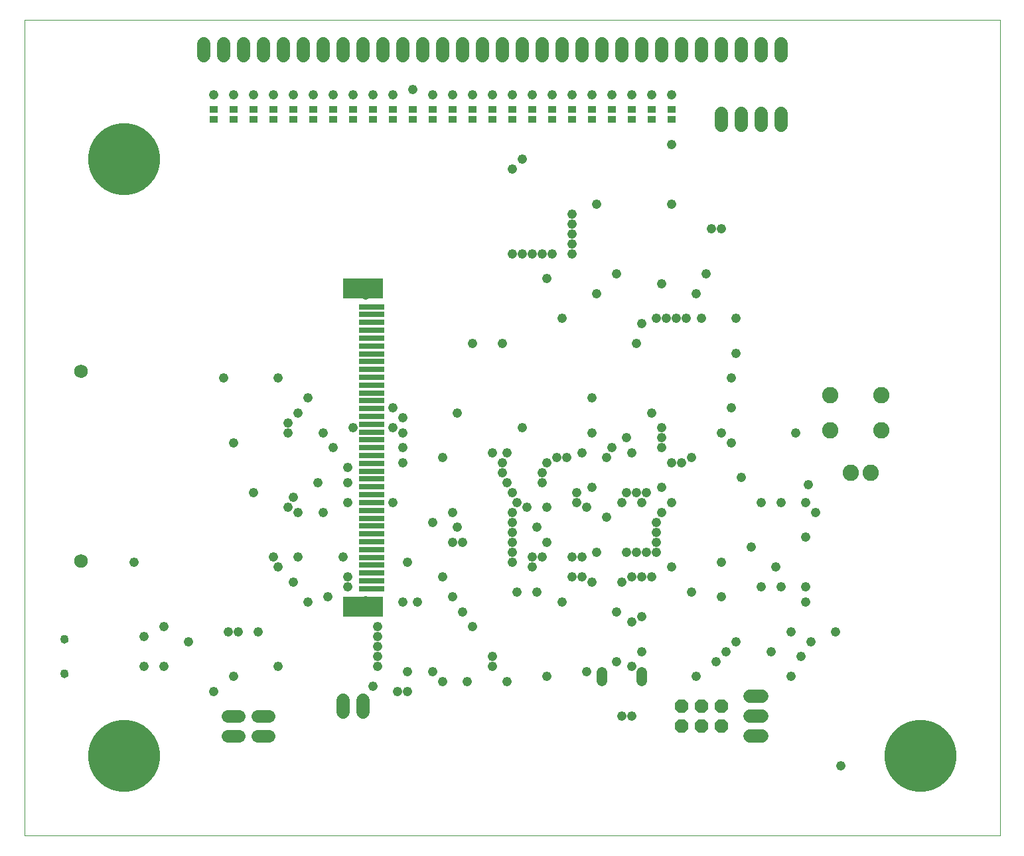
<source format=gbs>
G75*
G70*
%OFA0B0*%
%FSLAX24Y24*%
%IPPOS*%
%LPD*%
%AMOC8*
5,1,8,0,0,1.08239X$1,22.5*
%
%ADD10C,0.0000*%
%ADD11C,0.0434*%
%ADD12C,0.0820*%
%ADD13C,0.0680*%
%ADD14C,0.0640*%
%ADD15OC8,0.0680*%
%ADD16C,0.3623*%
%ADD17C,0.0690*%
%ADD18R,0.1261X0.0277*%
%ADD19R,0.2000X0.1000*%
%ADD20C,0.0474*%
%ADD21C,0.0520*%
%ADD22R,0.0434X0.0356*%
%ADD23C,0.0476*%
D10*
X002141Y000100D02*
X051141Y000100D01*
X051141Y041100D01*
X002141Y041100D01*
X002141Y000100D01*
X003964Y008234D02*
X003966Y008260D01*
X003972Y008286D01*
X003982Y008311D01*
X003995Y008334D01*
X004011Y008354D01*
X004031Y008372D01*
X004053Y008387D01*
X004076Y008399D01*
X004102Y008407D01*
X004128Y008411D01*
X004154Y008411D01*
X004180Y008407D01*
X004206Y008399D01*
X004230Y008387D01*
X004251Y008372D01*
X004271Y008354D01*
X004287Y008334D01*
X004300Y008311D01*
X004310Y008286D01*
X004316Y008260D01*
X004318Y008234D01*
X004316Y008208D01*
X004310Y008182D01*
X004300Y008157D01*
X004287Y008134D01*
X004271Y008114D01*
X004251Y008096D01*
X004229Y008081D01*
X004206Y008069D01*
X004180Y008061D01*
X004154Y008057D01*
X004128Y008057D01*
X004102Y008061D01*
X004076Y008069D01*
X004052Y008081D01*
X004031Y008096D01*
X004011Y008114D01*
X003995Y008134D01*
X003982Y008157D01*
X003972Y008182D01*
X003966Y008208D01*
X003964Y008234D01*
X003964Y009966D02*
X003966Y009992D01*
X003972Y010018D01*
X003982Y010043D01*
X003995Y010066D01*
X004011Y010086D01*
X004031Y010104D01*
X004053Y010119D01*
X004076Y010131D01*
X004102Y010139D01*
X004128Y010143D01*
X004154Y010143D01*
X004180Y010139D01*
X004206Y010131D01*
X004230Y010119D01*
X004251Y010104D01*
X004271Y010086D01*
X004287Y010066D01*
X004300Y010043D01*
X004310Y010018D01*
X004316Y009992D01*
X004318Y009966D01*
X004316Y009940D01*
X004310Y009914D01*
X004300Y009889D01*
X004287Y009866D01*
X004271Y009846D01*
X004251Y009828D01*
X004229Y009813D01*
X004206Y009801D01*
X004180Y009793D01*
X004154Y009789D01*
X004128Y009789D01*
X004102Y009793D01*
X004076Y009801D01*
X004052Y009813D01*
X004031Y009828D01*
X004011Y009846D01*
X003995Y009866D01*
X003982Y009889D01*
X003972Y009914D01*
X003966Y009940D01*
X003964Y009966D01*
X004663Y013899D02*
X004665Y013934D01*
X004671Y013968D01*
X004681Y014001D01*
X004694Y014034D01*
X004711Y014064D01*
X004732Y014092D01*
X004755Y014118D01*
X004782Y014141D01*
X004810Y014160D01*
X004841Y014176D01*
X004874Y014189D01*
X004907Y014198D01*
X004942Y014203D01*
X004977Y014204D01*
X005011Y014201D01*
X005046Y014194D01*
X005079Y014183D01*
X005110Y014169D01*
X005140Y014151D01*
X005168Y014130D01*
X005193Y014105D01*
X005215Y014078D01*
X005234Y014049D01*
X005249Y014018D01*
X005261Y013985D01*
X005269Y013951D01*
X005273Y013916D01*
X005273Y013882D01*
X005269Y013847D01*
X005261Y013813D01*
X005249Y013780D01*
X005234Y013749D01*
X005215Y013720D01*
X005193Y013693D01*
X005168Y013668D01*
X005140Y013647D01*
X005110Y013629D01*
X005079Y013615D01*
X005046Y013604D01*
X005011Y013597D01*
X004977Y013594D01*
X004942Y013595D01*
X004907Y013600D01*
X004874Y013609D01*
X004841Y013622D01*
X004810Y013638D01*
X004782Y013657D01*
X004755Y013680D01*
X004732Y013706D01*
X004711Y013734D01*
X004694Y013764D01*
X004681Y013797D01*
X004671Y013830D01*
X004665Y013864D01*
X004663Y013899D01*
X004663Y023450D02*
X004665Y023485D01*
X004671Y023519D01*
X004681Y023552D01*
X004694Y023585D01*
X004711Y023615D01*
X004732Y023643D01*
X004755Y023669D01*
X004782Y023692D01*
X004810Y023711D01*
X004841Y023727D01*
X004874Y023740D01*
X004907Y023749D01*
X004942Y023754D01*
X004977Y023755D01*
X005011Y023752D01*
X005046Y023745D01*
X005079Y023734D01*
X005110Y023720D01*
X005140Y023702D01*
X005168Y023681D01*
X005193Y023656D01*
X005215Y023629D01*
X005234Y023600D01*
X005249Y023569D01*
X005261Y023536D01*
X005269Y023502D01*
X005273Y023467D01*
X005273Y023433D01*
X005269Y023398D01*
X005261Y023364D01*
X005249Y023331D01*
X005234Y023300D01*
X005215Y023271D01*
X005193Y023244D01*
X005168Y023219D01*
X005140Y023198D01*
X005110Y023180D01*
X005079Y023166D01*
X005046Y023155D01*
X005011Y023148D01*
X004977Y023145D01*
X004942Y023146D01*
X004907Y023151D01*
X004874Y023160D01*
X004841Y023173D01*
X004810Y023189D01*
X004782Y023208D01*
X004755Y023231D01*
X004732Y023257D01*
X004711Y023285D01*
X004694Y023315D01*
X004681Y023348D01*
X004671Y023381D01*
X004665Y023415D01*
X004663Y023450D01*
X019074Y027277D02*
X019076Y027304D01*
X019082Y027331D01*
X019091Y027357D01*
X019104Y027381D01*
X019120Y027404D01*
X019139Y027423D01*
X019161Y027440D01*
X019185Y027454D01*
X019210Y027464D01*
X019237Y027471D01*
X019264Y027474D01*
X019292Y027473D01*
X019319Y027468D01*
X019345Y027460D01*
X019369Y027448D01*
X019392Y027432D01*
X019413Y027414D01*
X019430Y027393D01*
X019445Y027369D01*
X019456Y027344D01*
X019464Y027318D01*
X019468Y027291D01*
X019468Y027263D01*
X019464Y027236D01*
X019456Y027210D01*
X019445Y027185D01*
X019430Y027161D01*
X019413Y027140D01*
X019392Y027122D01*
X019370Y027106D01*
X019345Y027094D01*
X019319Y027086D01*
X019292Y027081D01*
X019264Y027080D01*
X019237Y027083D01*
X019210Y027090D01*
X019185Y027100D01*
X019161Y027114D01*
X019139Y027131D01*
X019120Y027150D01*
X019104Y027173D01*
X019091Y027197D01*
X019082Y027223D01*
X019076Y027250D01*
X019074Y027277D01*
X019074Y011923D02*
X019076Y011950D01*
X019082Y011977D01*
X019091Y012003D01*
X019104Y012027D01*
X019120Y012050D01*
X019139Y012069D01*
X019161Y012086D01*
X019185Y012100D01*
X019210Y012110D01*
X019237Y012117D01*
X019264Y012120D01*
X019292Y012119D01*
X019319Y012114D01*
X019345Y012106D01*
X019369Y012094D01*
X019392Y012078D01*
X019413Y012060D01*
X019430Y012039D01*
X019445Y012015D01*
X019456Y011990D01*
X019464Y011964D01*
X019468Y011937D01*
X019468Y011909D01*
X019464Y011882D01*
X019456Y011856D01*
X019445Y011831D01*
X019430Y011807D01*
X019413Y011786D01*
X019392Y011768D01*
X019370Y011752D01*
X019345Y011740D01*
X019319Y011732D01*
X019292Y011727D01*
X019264Y011726D01*
X019237Y011729D01*
X019210Y011736D01*
X019185Y011746D01*
X019161Y011760D01*
X019139Y011777D01*
X019120Y011796D01*
X019104Y011819D01*
X019091Y011843D01*
X019082Y011869D01*
X019076Y011896D01*
X019074Y011923D01*
D11*
X004141Y009966D03*
X004141Y008234D03*
D12*
X042611Y020460D03*
X042611Y022240D03*
X045171Y022240D03*
X045171Y020460D03*
X044641Y018350D03*
X043641Y018350D03*
D13*
X039191Y007100D02*
X038591Y007100D01*
X038591Y006100D02*
X039191Y006100D01*
X039191Y005100D02*
X038591Y005100D01*
X019141Y006300D02*
X019141Y006900D01*
X018141Y006900D02*
X018141Y006300D01*
X037141Y035800D02*
X037141Y036400D01*
X038141Y036400D02*
X038141Y035800D01*
X039141Y035800D02*
X039141Y036400D01*
X040141Y036400D02*
X040141Y035800D01*
X040141Y039300D02*
X040141Y039900D01*
X039141Y039900D02*
X039141Y039300D01*
X038141Y039300D02*
X038141Y039900D01*
X037141Y039900D02*
X037141Y039300D01*
X036141Y039300D02*
X036141Y039900D01*
X035141Y039900D02*
X035141Y039300D01*
X034141Y039300D02*
X034141Y039900D01*
X033141Y039900D02*
X033141Y039300D01*
X032141Y039300D02*
X032141Y039900D01*
X031141Y039900D02*
X031141Y039300D01*
X030141Y039300D02*
X030141Y039900D01*
X029141Y039900D02*
X029141Y039300D01*
X028141Y039300D02*
X028141Y039900D01*
X027141Y039900D02*
X027141Y039300D01*
X026141Y039300D02*
X026141Y039900D01*
X025141Y039900D02*
X025141Y039300D01*
X024141Y039300D02*
X024141Y039900D01*
X023141Y039900D02*
X023141Y039300D01*
X022141Y039300D02*
X022141Y039900D01*
X021141Y039900D02*
X021141Y039300D01*
X020141Y039300D02*
X020141Y039900D01*
X019141Y039900D02*
X019141Y039300D01*
X018141Y039300D02*
X018141Y039900D01*
X017141Y039900D02*
X017141Y039300D01*
X016141Y039300D02*
X016141Y039900D01*
X015141Y039900D02*
X015141Y039300D01*
X014141Y039300D02*
X014141Y039900D01*
X013141Y039900D02*
X013141Y039300D01*
X012141Y039300D02*
X012141Y039900D01*
X011141Y039900D02*
X011141Y039300D01*
D14*
X012361Y006100D02*
X012921Y006100D01*
X013861Y006100D02*
X014421Y006100D01*
X014421Y005100D02*
X013861Y005100D01*
X012921Y005100D02*
X012361Y005100D01*
D15*
X035141Y005600D03*
X036141Y005600D03*
X037141Y005600D03*
X037141Y006600D03*
X036141Y006600D03*
X035141Y006600D03*
D16*
X047141Y004100D03*
X007141Y004100D03*
X007141Y034100D03*
D17*
X004968Y023450D03*
X004968Y013899D03*
D18*
X019574Y014088D03*
X019574Y013694D03*
X019574Y013301D03*
X019574Y012907D03*
X019574Y012513D03*
X019574Y014482D03*
X019574Y014876D03*
X019574Y015269D03*
X019574Y015663D03*
X019574Y016057D03*
X019574Y016450D03*
X019574Y016844D03*
X019574Y017238D03*
X019574Y017631D03*
X019574Y018025D03*
X019574Y018419D03*
X019574Y018813D03*
X019574Y019206D03*
X019574Y019600D03*
X019574Y019994D03*
X019574Y020387D03*
X019574Y020781D03*
X019574Y021175D03*
X019574Y021569D03*
X019574Y021962D03*
X019574Y022356D03*
X019574Y022750D03*
X019574Y023143D03*
X019574Y023537D03*
X019574Y023931D03*
X019574Y024324D03*
X019574Y024718D03*
X019574Y025112D03*
X019574Y025506D03*
X019574Y025899D03*
X019574Y026293D03*
X019574Y026687D03*
D19*
X019141Y027600D03*
X019141Y011600D03*
D20*
X019271Y011923D03*
X019271Y027277D03*
D21*
X031141Y008320D02*
X031141Y007880D01*
X033141Y007880D02*
X033141Y008320D01*
D22*
X033641Y036094D03*
X033641Y036606D03*
X034641Y036606D03*
X034641Y036094D03*
X032641Y036094D03*
X032641Y036606D03*
X031641Y036606D03*
X031641Y036094D03*
X030641Y036094D03*
X030641Y036606D03*
X029641Y036606D03*
X029641Y036094D03*
X028641Y036094D03*
X028641Y036606D03*
X027641Y036606D03*
X027641Y036094D03*
X026641Y036094D03*
X026641Y036606D03*
X025641Y036606D03*
X025641Y036094D03*
X024641Y036094D03*
X024641Y036606D03*
X023641Y036606D03*
X023641Y036094D03*
X022641Y036094D03*
X022641Y036606D03*
X021641Y036606D03*
X021641Y036094D03*
X020641Y036094D03*
X020641Y036606D03*
X019641Y036606D03*
X019641Y036094D03*
X018641Y036094D03*
X018641Y036606D03*
X017641Y036606D03*
X017641Y036094D03*
X016641Y036094D03*
X016641Y036606D03*
X015641Y036606D03*
X015641Y036094D03*
X014641Y036094D03*
X014641Y036606D03*
X013641Y036606D03*
X013641Y036094D03*
X012641Y036094D03*
X012641Y036606D03*
X011641Y036606D03*
X011641Y036094D03*
D23*
X011641Y037350D03*
X012641Y037350D03*
X013641Y037350D03*
X014641Y037350D03*
X015641Y037350D03*
X016641Y037350D03*
X017641Y037350D03*
X018641Y037350D03*
X019641Y037350D03*
X020641Y037350D03*
X021641Y037600D03*
X022641Y037350D03*
X023641Y037350D03*
X024641Y037350D03*
X025641Y037350D03*
X026641Y037350D03*
X027641Y037350D03*
X028641Y037350D03*
X029641Y037350D03*
X030641Y037350D03*
X031641Y037350D03*
X032641Y037350D03*
X033641Y037350D03*
X034641Y037350D03*
X034641Y034850D03*
X034641Y031850D03*
X036641Y030600D03*
X037141Y030600D03*
X036391Y028350D03*
X035891Y027350D03*
X036141Y026100D03*
X035391Y026100D03*
X034891Y026100D03*
X034391Y026100D03*
X033891Y026100D03*
X033141Y025850D03*
X032891Y024850D03*
X030891Y027350D03*
X031891Y028350D03*
X034141Y027850D03*
X037891Y026100D03*
X037891Y024350D03*
X037641Y023100D03*
X037641Y021600D03*
X037141Y020350D03*
X037641Y019850D03*
X035641Y019100D03*
X035141Y018850D03*
X034641Y018850D03*
X034141Y019600D03*
X034141Y020100D03*
X034141Y020600D03*
X033641Y021350D03*
X032391Y020100D03*
X032641Y019350D03*
X031641Y019600D03*
X031391Y019100D03*
X030141Y019350D03*
X029391Y019100D03*
X028891Y019100D03*
X028391Y018850D03*
X028141Y018350D03*
X028141Y017850D03*
X028391Y016600D03*
X027391Y016600D03*
X026891Y016850D03*
X026641Y016350D03*
X026641Y015850D03*
X026641Y015350D03*
X026641Y014850D03*
X026641Y014350D03*
X026641Y013850D03*
X027641Y013600D03*
X027641Y014100D03*
X028141Y014100D03*
X028391Y014850D03*
X027891Y015600D03*
X029641Y014100D03*
X030141Y014100D03*
X030891Y014350D03*
X030141Y013100D03*
X029641Y013100D03*
X030641Y012850D03*
X032141Y012850D03*
X032641Y013100D03*
X033141Y013100D03*
X033641Y013100D03*
X034641Y013600D03*
X033891Y014350D03*
X033391Y014350D03*
X032891Y014350D03*
X032391Y014350D03*
X033891Y014850D03*
X033891Y015350D03*
X033891Y015850D03*
X034141Y016350D03*
X034641Y016850D03*
X034141Y017600D03*
X033391Y017350D03*
X032891Y017350D03*
X032391Y017350D03*
X032141Y016850D03*
X031391Y016100D03*
X030391Y016600D03*
X029891Y016850D03*
X029891Y017350D03*
X030641Y017600D03*
X033141Y016850D03*
X037141Y013850D03*
X038641Y014600D03*
X039891Y013600D03*
X040141Y012600D03*
X039141Y012600D03*
X037141Y012100D03*
X035641Y012350D03*
X033141Y011100D03*
X032641Y010850D03*
X031891Y011350D03*
X033141Y009350D03*
X032641Y008600D03*
X031891Y008850D03*
X030391Y008350D03*
X028391Y008100D03*
X026391Y007850D03*
X025641Y008600D03*
X025641Y009100D03*
X024391Y007850D03*
X023141Y007850D03*
X022641Y008350D03*
X021391Y008350D03*
X021391Y007350D03*
X020891Y007350D03*
X019641Y007600D03*
X019891Y008600D03*
X019891Y009100D03*
X019891Y009600D03*
X019891Y010100D03*
X019891Y010600D03*
X021141Y011850D03*
X021891Y011850D03*
X023141Y013100D03*
X023641Y012100D03*
X024141Y011350D03*
X024641Y010600D03*
X026891Y012350D03*
X027891Y012350D03*
X029141Y011850D03*
X024141Y014850D03*
X023641Y014850D03*
X023891Y015600D03*
X023641Y016350D03*
X022641Y015850D03*
X020641Y016850D03*
X021141Y018850D03*
X021141Y019600D03*
X021141Y020350D03*
X020641Y020600D03*
X021141Y021100D03*
X020641Y021600D03*
X018641Y020600D03*
X017641Y019600D03*
X017141Y020350D03*
X015891Y021350D03*
X015391Y020850D03*
X015391Y020350D03*
X016391Y022100D03*
X014891Y023100D03*
X012141Y023100D03*
X012641Y019850D03*
X013641Y017350D03*
X015391Y016600D03*
X015891Y016350D03*
X015641Y017100D03*
X016891Y017850D03*
X018391Y017850D03*
X018391Y018600D03*
X018391Y016850D03*
X017141Y016350D03*
X018141Y014100D03*
X018391Y013100D03*
X018391Y012600D03*
X017391Y012100D03*
X016391Y011850D03*
X015641Y012850D03*
X014891Y013600D03*
X014641Y014100D03*
X015891Y014100D03*
X013891Y010350D03*
X012891Y010350D03*
X012391Y010350D03*
X010391Y009850D03*
X009141Y010600D03*
X008141Y010100D03*
X008141Y008600D03*
X009141Y008600D03*
X011641Y007350D03*
X012641Y008100D03*
X014891Y008600D03*
X021391Y013850D03*
X026641Y017350D03*
X026391Y017850D03*
X026141Y018350D03*
X026141Y018850D03*
X026391Y019350D03*
X025641Y019350D03*
X027141Y020600D03*
X023891Y021350D03*
X023141Y019100D03*
X024641Y024850D03*
X026141Y024850D03*
X029141Y026100D03*
X028391Y028100D03*
X028641Y029350D03*
X028141Y029350D03*
X027641Y029350D03*
X027141Y029350D03*
X026641Y029350D03*
X029641Y029350D03*
X029641Y029850D03*
X029641Y030350D03*
X029641Y030850D03*
X029641Y031350D03*
X030891Y031850D03*
X027141Y034100D03*
X026641Y033600D03*
X030641Y022100D03*
X030641Y020350D03*
X038141Y018100D03*
X039141Y016850D03*
X040141Y016850D03*
X041391Y016850D03*
X041891Y016350D03*
X041391Y015100D03*
X041391Y012600D03*
X041391Y011850D03*
X040641Y010350D03*
X041641Y009850D03*
X041141Y009100D03*
X040641Y008100D03*
X039641Y009350D03*
X037891Y009850D03*
X037391Y009350D03*
X036891Y008850D03*
X035891Y008100D03*
X032641Y006100D03*
X032141Y006100D03*
X042891Y010350D03*
X043141Y003600D03*
X041516Y017725D03*
X040891Y020350D03*
X007641Y013850D03*
M02*

</source>
